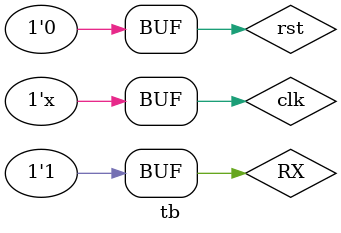
<source format=v>
`timescale 1ns / 1ps


module tb();
reg clk;
reg rst;
reg RX;
wire [7:0] out;
wire czywysylac;
receiver odbiornik(clk,rst,RX,out,czywysylac);
initial
begin
clk=1'b0;
$monitor("Wartosc countera: %d", odbiornik.counter2);
$monitor("Wartosc enable: %d, %d", $time, odbiornik.enable );
$monitor("Counter1 co tam wyplul: %d, %d, czybitcostam %d", $time, odbiornik.counter1==5207, odbiornik.czy1bitprzeczytany);
RX=1'b1;
rst=1'b0;
end
always
#5 clk=~clk;
initial
    begin
        #40 rst =1'b1;
        #40 rst= 1'b0;
        #104160 RX = 1'b0;
        #104160 RX = 1'b1;
        #104160 RX = 1'b0;
        #104160 RX = 1'b1;
        #104160 RX = 1'b0;
        #104160 RX = 1'b1;
        #104160 RX = 1'b0;
        #104160 RX = 1'b1;
        #104160 RX = 1'b0;
        #104160 RX = 1'b1;
    end
    
endmodule
</source>
